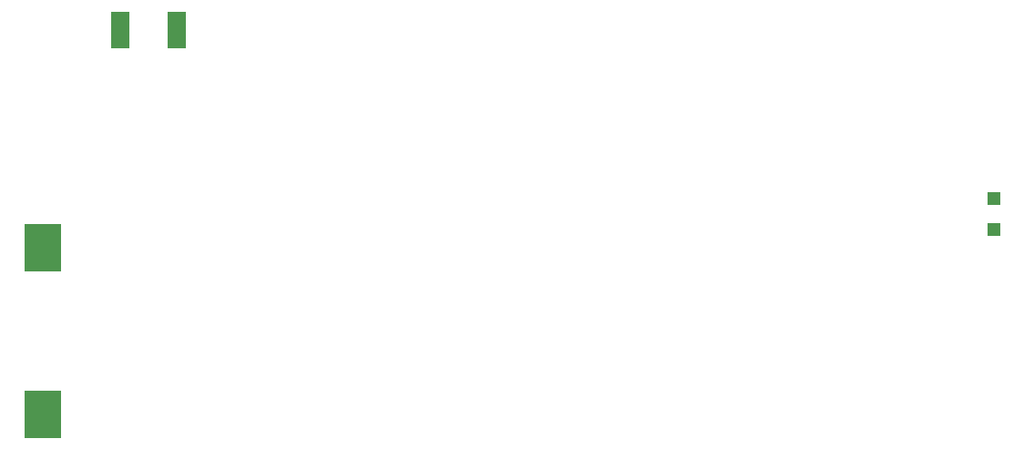
<source format=gbr>
G04 #@! TF.GenerationSoftware,KiCad,Pcbnew,(5.1.4-0-10_14)*
G04 #@! TF.CreationDate,2020-02-02T19:36:20-05:00*
G04 #@! TF.ProjectId,AIR_MOUNT_PLUS,4149525f-4d4f-4554-9e54-5f504c55532e,rev?*
G04 #@! TF.SameCoordinates,Original*
G04 #@! TF.FileFunction,Paste,Top*
G04 #@! TF.FilePolarity,Positive*
%FSLAX46Y46*%
G04 Gerber Fmt 4.6, Leading zero omitted, Abs format (unit mm)*
G04 Created by KiCad (PCBNEW (5.1.4-0-10_14)) date 2020-02-02 19:36:20*
%MOMM*%
%LPD*%
G04 APERTURE LIST*
%ADD10R,1.780000X3.500000*%
%ADD11R,3.400000X4.500000*%
%ADD12R,1.200000X1.200000*%
G04 APERTURE END LIST*
D10*
X49672900Y-80899000D03*
X54952900Y-80899000D03*
D11*
X42468800Y-116642800D03*
X42468800Y-101142800D03*
D12*
X130835400Y-96644000D03*
X130835400Y-99444000D03*
M02*

</source>
